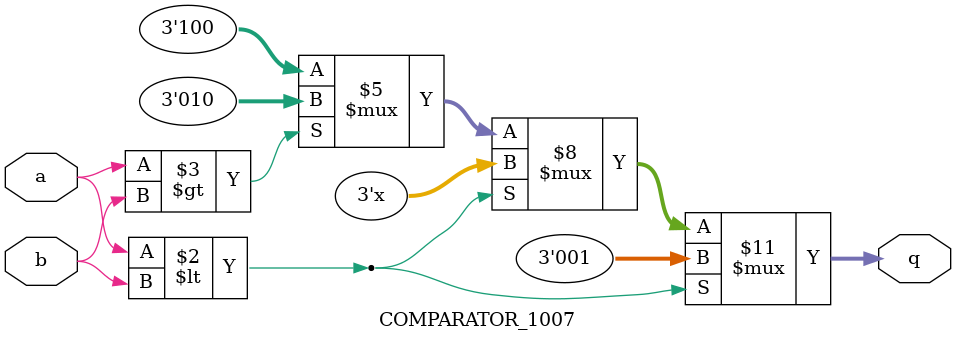
<source format=v>
`timescale 1ns / 1ps
module COMPARATOR_1007(a,b,q );
input a,b;
output reg [2:0] q;

always @(a,b)
	begin 
	if (a<b)
		q=3'b001;
	else if (a>b)
		q=3'b010;
	else
		q=3'b100;
end


endmodule

</source>
